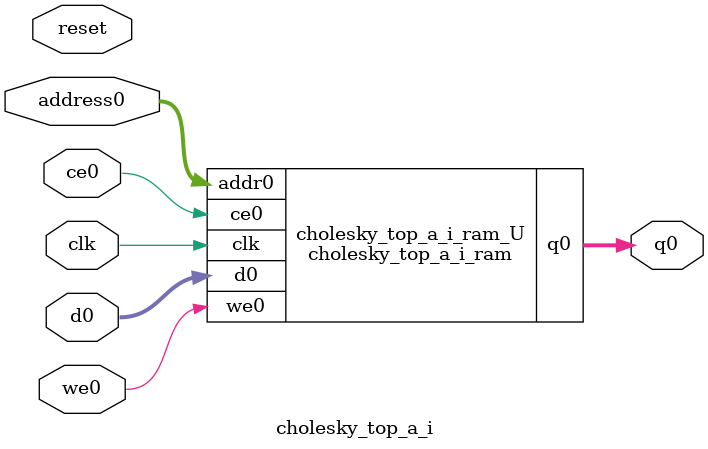
<source format=v>
`timescale 1 ns / 1 ps
module cholesky_top_a_i_ram (addr0, ce0, d0, we0, q0,  clk);

parameter DWIDTH = 32;
parameter AWIDTH = 13;
parameter MEM_SIZE = 4356;

input[AWIDTH-1:0] addr0;
input ce0;
input[DWIDTH-1:0] d0;
input we0;
output reg[DWIDTH-1:0] q0;
input clk;

(* ram_style = "block" *)reg [DWIDTH-1:0] ram[0:MEM_SIZE-1];




always @(posedge clk)  
begin 
    if (ce0) 
    begin
        if (we0) 
        begin 
            ram[addr0] <= d0; 
        end 
        q0 <= ram[addr0];
    end
end


endmodule

`timescale 1 ns / 1 ps
module cholesky_top_a_i(
    reset,
    clk,
    address0,
    ce0,
    we0,
    d0,
    q0);

parameter DataWidth = 32'd32;
parameter AddressRange = 32'd4356;
parameter AddressWidth = 32'd13;
input reset;
input clk;
input[AddressWidth - 1:0] address0;
input ce0;
input we0;
input[DataWidth - 1:0] d0;
output[DataWidth - 1:0] q0;



cholesky_top_a_i_ram cholesky_top_a_i_ram_U(
    .clk( clk ),
    .addr0( address0 ),
    .ce0( ce0 ),
    .we0( we0 ),
    .d0( d0 ),
    .q0( q0 ));

endmodule


</source>
